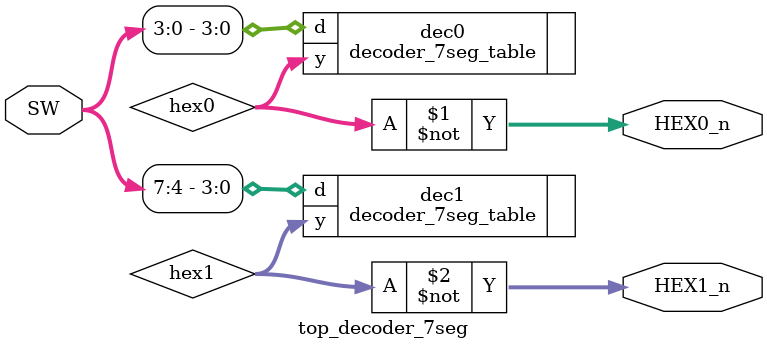
<source format=sv>

module top_decoder_7seg(
    input logic[9:0] SW, //! スイッチ入力
    output logic[6:0] HEX0_n, //! 7セグメントLED出力
    output logic[6:0] HEX1_n //! 7セグメントLED出力
  );

  // 正論理用の信号
  logic[6:0] hex0, hex1; // 7セグメントLED出力
  assign HEX0_n = ~hex0;
  assign HEX1_n = ~hex1;

  // 一つ目の7セグメントLEDのデコーダ
  decoder_7seg_table dec0(
                       .d(SW[3:0]),
                       .y(hex0)
                     );

  // 二つ目の7セグメントLEDのデコーダ
  decoder_7seg_table dec1(
                       .d(SW[7:4]),
                       .y(hex1)
                     );
endmodule

</source>
